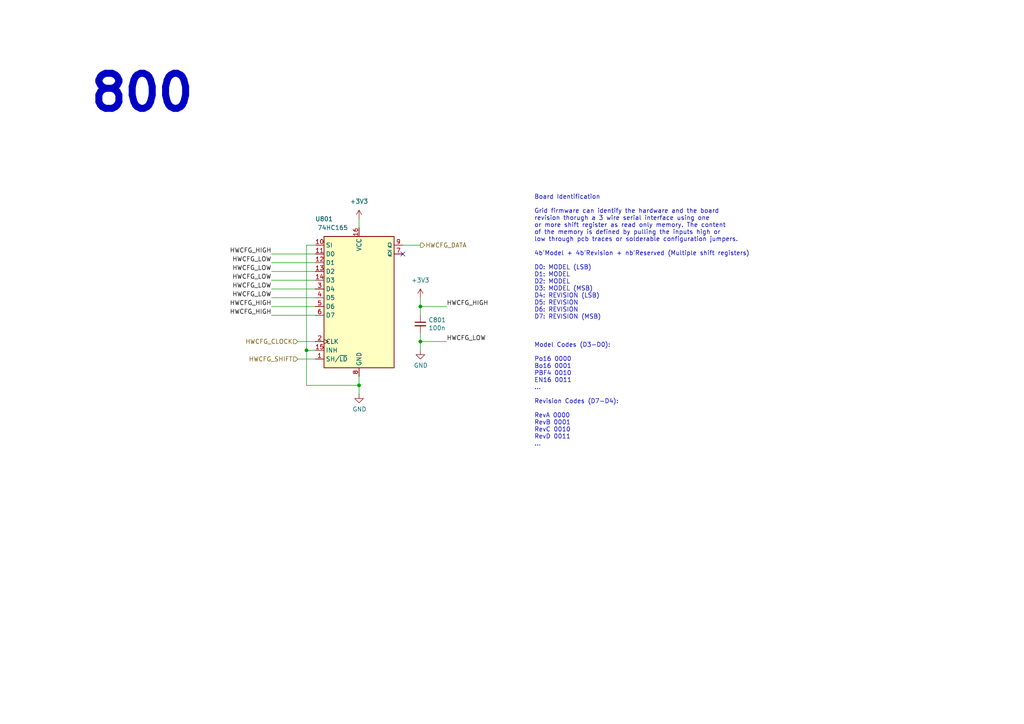
<source format=kicad_sch>
(kicad_sch (version 20231120) (generator "eeschema") (generator_version "8.0")
  (paper "A4")
  (lib_symbols
    (symbol "power:+3V3" (power) (pin_names (offset 0))
      (property "Value" "+3V3" (at 0 3.556 0))
      (symbol "+3V3_0_1"
        (polyline (pts (xy -0.762 1.27) (xy 0 2.54)))
        (polyline (pts (xy 0 0) (xy 0 2.54)))
        (polyline (pts (xy 0 2.54) (xy 0.762 1.27)))
      )
      (symbol "+3V3_1_1"
        (pin power_in line (at 0 0 90) (length 0) hide (name "+3V3") (number "1"))
      )
    )
    (symbol "power:GND" (power) (pin_names (offset 0))
      (property "Value" "GND" (at 0 -3.81 0))
      (symbol "GND_0_1"
        (polyline (pts (xy 0 0) (xy 0 -1.27) (xy 1.27 -1.27) (xy 0 -2.54) (xy -1.27 -1.27) (xy 0 -1.27)))
      )
      (symbol "GND_1_1"
        (pin power_in line (at 0 0 270) (length 0) hide (name "GND") (number "1"))
      )
    )
    (symbol "suku_basics:74HC165"
      (property "Reference" "U" (at -15.24 25.4 0))
      (property "Value" "74HC165" (at -12.7 20.32 0))
      (symbol "74HC165_1_0"
        (pin input line (at -12.7 12.7 0) (length 2.54) (name "D0") (number "11"))
        (pin input line (at -12.7 10.16 0) (length 2.54) (name "D1") (number "12"))
        (pin input line (at -12.7 7.62 0) (length 2.54) (name "D2") (number "13"))
        (pin input line (at -12.7 5.08 0) (length 2.54) (name "D3") (number "14"))
        (pin power_in line (at 0 20.32 270) (length 2.54) (name "VCC") (number "16"))
        (pin input clock (at -12.7 -12.7 0) (length 2.54) (name "CLK") (number "2"))
        (pin input line (at -12.7 2.54 0) (length 2.54) (name "D4") (number "3"))
        (pin input line (at -12.7 0 0) (length 2.54) (name "D5") (number "4"))
        (pin input line (at -12.7 -2.54 0) (length 2.54) (name "D6") (number "5"))
        (pin input line (at -12.7 -5.08 0) (length 2.54) (name "D7") (number "6"))
        (pin power_in line (at 0 -22.86 90) (length 2.54) (name "GND") (number "8"))
        (pin output line (at 12.7 15.24 180) (length 2.54) (name "Q") (number "9"))
      )
      (symbol "74HC165_1_1"
        (rectangle (start -10.16 17.78) (end 10.16 -20.32) (stroke (width 0.254)) (fill (type background)))
        (pin input line (at -12.7 -17.78 0) (length 2.54) (name "SH/~{LD}") (number "1"))
        (pin input line (at -12.7 15.24 0) (length 2.54) (name "SI") (number "10"))
        (pin input line (at -12.7 -15.24 0) (length 2.54) (name "INH") (number "15"))
        (pin output line (at 12.7 12.7 180) (length 2.54) (name "~{Q}") (number "7"))
      )
    )
    (symbol "suku_basics:CAP" (pin_numbers hide) (pin_names (offset 0.254) hide)
      (property "Reference" "C" (at 0.254 1.778 0))
      (property "Value" "CAP" (at 0.254 -2.032 0))
      (symbol "CAP_0_1"
        (polyline (pts (xy -1.524 -0.508) (xy 1.524 -0.508)) (stroke (width 0.3302)))
        (polyline (pts (xy -1.524 0.508) (xy 1.524 0.508)) (stroke (width 0.3048)))
      )
      (symbol "CAP_1_1"
        (pin passive line (at 0 2.54 270) (length 2.032) (name "~") (number "1"))
        (pin passive line (at 0 -2.54 90) (length 2.032) (name "~") (number "2"))
      )
    )
  )
  (junction (at 104.14 111.76))
  (junction (at 88.9 101.6))
  (junction (at 121.92 99.06))
  (junction (at 121.92 88.9))
  (no_connect (at 116.84 73.66))
  (wire (pts (xy 88.9 71.12) (xy 88.9 101.6)))
  (wire (pts (xy 91.44 83.82) (xy 78.74 83.82)))
  (wire (pts (xy 104.14 111.76) (xy 104.14 109.22)))
  (wire (pts (xy 91.44 101.6) (xy 88.9 101.6)))
  (wire (pts (xy 91.44 99.06) (xy 86.36 99.06)))
  (wire (pts (xy 91.44 86.36) (xy 78.74 86.36)))
  (wire (pts (xy 91.44 88.9) (xy 78.74 88.9)))
  (wire (pts (xy 91.44 76.2) (xy 78.74 76.2)))
  (wire (pts (xy 104.14 63.5) (xy 104.14 66.04)))
  (wire (pts (xy 78.74 91.44) (xy 91.44 91.44)))
  (wire (pts (xy 104.14 114.3) (xy 104.14 111.76)))
  (wire (pts (xy 121.92 99.06) (xy 121.92 101.6)))
  (wire (pts (xy 91.44 71.12) (xy 88.9 71.12)))
  (wire (pts (xy 78.74 73.66) (xy 91.44 73.66)))
  (wire (pts (xy 121.92 96.52) (xy 121.92 99.06)))
  (wire (pts (xy 88.9 101.6) (xy 88.9 111.76)))
  (wire (pts (xy 121.92 88.9) (xy 121.92 91.44)))
  (wire (pts (xy 88.9 111.76) (xy 104.14 111.76)))
  (wire (pts (xy 116.84 71.12) (xy 121.92 71.12)))
  (wire (pts (xy 121.92 88.9) (xy 129.54 88.9)))
  (wire (pts (xy 121.92 86.36) (xy 121.92 88.9)))
  (wire (pts (xy 121.92 99.06) (xy 129.54 99.06)))
  (wire (pts (xy 91.44 78.74) (xy 78.74 78.74)))
  (wire (pts (xy 91.44 104.14) (xy 86.36 104.14)))
  (wire (pts (xy 78.74 81.28) (xy 91.44 81.28)))
  (text "800" (at 25.4 33.02 0) (effects (font (size 10.16 10.16) (thickness 2.032) (bold yes)) (justify left bottom)))
  (text "Board Identification\n\nGrid firmware can identify the hardware and the board \nrevision thorugh a 3 wire serial interface using one \nor more shift register as read only memory. The content\nof the memory is defined by pulling the inputs high or\nlow through pcb traces or solderable configuration jumpers.\n\n4b'Model + 4b'Revision + nb'Reserved (Multiple shift registers)\n\nD0: MODEL (LSB)\nD1: MODEL\nD2: MODEL\nD3: MODEL (MSB)\nD4: REVISION (LSB)\nD5: REVISION\nD6: REVISION\nD7: REVISION (MSB)\n\n\n\nModel Codes (D3-D0):\n\nPo16 0000\nBo16 0001\nPBF4 0010\nEN16 0011\n...\n\nRevision Codes (D7-D4):\n\nRevA 0000\nRevB 0001\nRevC 0010\nRevD 0011\n...\n" (at 154.94 129.54 0) (effects (font (size 1.27 1.27)) (justify left bottom)))
  (label "HWCFG_LOW" (at 129.54 99.06 0))
  (label "HWCFG_LOW" (at 78.74 83.82 180))
  (label "HWCFG_LOW" (at 78.74 81.28 180))
  (label "HWCFG_HIGH" (at 78.74 73.66 180))
  (label "HWCFG_LOW" (at 78.74 78.74 180))
  (label "HWCFG_LOW" (at 78.74 86.36 180))
  (label "HWCFG_HIGH" (at 129.54 88.9 0))
  (label "HWCFG_HIGH" (at 78.74 91.44 180))
  (label "HWCFG_LOW" (at 78.74 76.2 180))
  (label "HWCFG_HIGH" (at 78.74 88.9 180))
  (hierarchical_label "HWCFG_CLOCK" (shape input) (at 86.36 99.06 180))
  (hierarchical_label "HWCFG_SHIFT" (shape input) (at 86.36 104.14 180))
  (hierarchical_label "HWCFG_DATA" (shape output) (at 121.92 71.12 0))
  (symbol (lib_id "suku_basics:74HC165") (at 104.14 86.36 0) (unit 1)
    (property "Reference" "U801" (at 93.98 63.5 0))
    (property "Value" "74HC165" (at 96.52 66.04 0))
    (property "Footprint" "suku_basics:SOIC-16_74HC165" (effects (hide yes)))
    (property "Datasheet" "http://www.ti.com/lit/ds/symlink/sn74hc595.pdf" (effects (hide yes)))
  )
  (symbol (lib_id "power:GND") (at 104.14 114.3 0) (unit 1)
    (property "Reference" "#PWR0882" (effects (hide yes)))
    (property "Value" "GND" (at 104.267 118.6942 0))
  )
  (symbol (lib_id "suku_basics:CAP") (at 121.92 93.98 0) (unit 1)
    (property "Reference" "C801" (at 124.2568 92.8116 0) (effects (justify left)))
    (property "Value" "100n" (at 124.2568 95.123 0) (effects (justify left)))
    (property "Footprint" "suku_basics:CAP_0402" (effects (hide yes)))
  )
  (symbol (lib_id "power:GND") (at 121.92 101.6 0) (unit 1)
    (property "Reference" "#PWR0943" (effects (hide yes)))
    (property "Value" "GND" (at 122.047 105.9942 0))
  )
  (symbol (lib_id "power:+3V3") (at 104.14 63.5 0) (unit 1)
    (property "Reference" "#PWR0881" (effects (hide yes)))
    (property "Value" "+3V3" (at 104.14 58.42 0))
  )
  (symbol (lib_id "power:+3V3") (at 121.92 86.36 0) (unit 1)
    (property "Reference" "#PWR0942" (effects (hide yes)))
    (property "Value" "+3V3" (at 121.92 81.28 0))
  )
)
</source>
